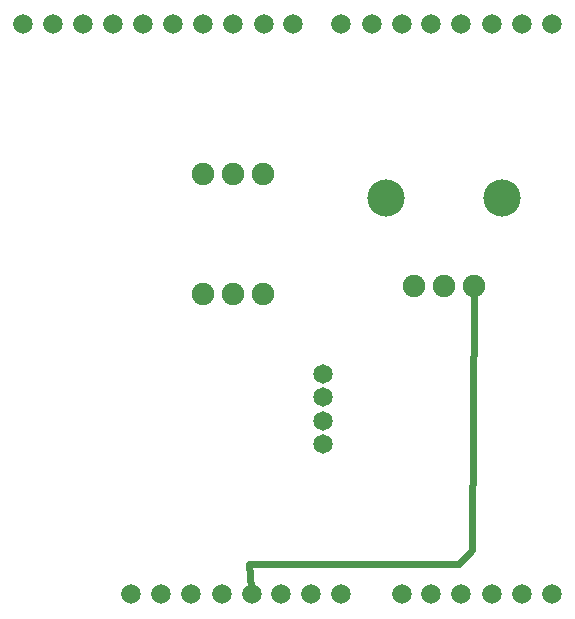
<source format=gtl>
G04 MADE WITH FRITZING*
G04 WWW.FRITZING.ORG*
G04 DOUBLE SIDED*
G04 HOLES PLATED*
G04 CONTOUR ON CENTER OF CONTOUR VECTOR*
%ASAXBY*%
%FSLAX23Y23*%
%MOIN*%
%OFA0B0*%
%SFA1.0B1.0*%
%ADD10C,0.074667*%
%ADD11C,0.074695*%
%ADD12C,0.124033*%
%ADD13C,0.065278*%
%ADD14C,0.065000*%
%ADD15C,0.075000*%
%ADD16C,0.024000*%
%LNCOPPER1*%
G90*
G70*
G54D10*
X2043Y1137D03*
X2143Y1137D03*
G54D11*
X2243Y1137D03*
G54D12*
X1949Y1432D03*
X2337Y1432D03*
G54D13*
X2102Y109D03*
X2202Y109D03*
X2303Y109D03*
X2403Y109D03*
X2503Y109D03*
X1642Y2009D03*
X1543Y2009D03*
X1442Y2009D03*
X1342Y2009D03*
X1242Y2009D03*
X1142Y2009D03*
X1042Y2009D03*
X942Y2009D03*
X842Y2009D03*
X742Y2009D03*
X2503Y2009D03*
X2403Y2009D03*
X2303Y2009D03*
X2202Y2009D03*
X2102Y2009D03*
X2003Y2009D03*
X1903Y2009D03*
X1802Y2009D03*
X1202Y109D03*
X1102Y109D03*
X1302Y109D03*
X1403Y109D03*
X1503Y109D03*
X1602Y109D03*
X1702Y109D03*
X1802Y109D03*
X2003Y109D03*
G54D14*
X1742Y845D03*
X1742Y767D03*
X1742Y688D03*
X1742Y609D03*
G54D15*
X1342Y1509D03*
X1342Y1109D03*
X1442Y1509D03*
X1442Y1109D03*
X1542Y1509D03*
X1542Y1109D03*
G54D16*
X2194Y210D02*
X1494Y210D01*
D02*
X2236Y258D02*
X2194Y210D01*
D02*
X2243Y1116D02*
X2236Y258D01*
D02*
X1494Y210D02*
X1501Y129D01*
G04 End of Copper1*
M02*
</source>
